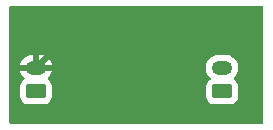
<source format=gbr>
%TF.GenerationSoftware,KiCad,Pcbnew,7.0.10*%
%TF.CreationDate,2025-11-17T19:05:27+08:00*%
%TF.ProjectId,CN312,434e3331-322e-46b6-9963-61645f706362,rev?*%
%TF.SameCoordinates,Original*%
%TF.FileFunction,Copper,L2,Bot*%
%TF.FilePolarity,Positive*%
%FSLAX46Y46*%
G04 Gerber Fmt 4.6, Leading zero omitted, Abs format (unit mm)*
G04 Created by KiCad (PCBNEW 7.0.10) date 2025-11-17 19:05:27*
%MOMM*%
%LPD*%
G01*
G04 APERTURE LIST*
G04 Aperture macros list*
%AMRoundRect*
0 Rectangle with rounded corners*
0 $1 Rounding radius*
0 $2 $3 $4 $5 $6 $7 $8 $9 X,Y pos of 4 corners*
0 Add a 4 corners polygon primitive as box body*
4,1,4,$2,$3,$4,$5,$6,$7,$8,$9,$2,$3,0*
0 Add four circle primitives for the rounded corners*
1,1,$1+$1,$2,$3*
1,1,$1+$1,$4,$5*
1,1,$1+$1,$6,$7*
1,1,$1+$1,$8,$9*
0 Add four rect primitives between the rounded corners*
20,1,$1+$1,$2,$3,$4,$5,0*
20,1,$1+$1,$4,$5,$6,$7,0*
20,1,$1+$1,$6,$7,$8,$9,0*
20,1,$1+$1,$8,$9,$2,$3,0*%
G04 Aperture macros list end*
%TA.AperFunction,ComponentPad*%
%ADD10RoundRect,0.250000X0.625000X-0.350000X0.625000X0.350000X-0.625000X0.350000X-0.625000X-0.350000X0*%
%TD*%
%TA.AperFunction,ComponentPad*%
%ADD11O,1.750000X1.200000*%
%TD*%
%TA.AperFunction,ViaPad*%
%ADD12C,0.800000*%
%TD*%
%TA.AperFunction,Conductor*%
%ADD13C,0.500000*%
%TD*%
G04 APERTURE END LIST*
D10*
%TO.P,J2,1,P$1*%
%TO.N,Net-(J1-P$1)*%
X138000000Y-92250000D03*
D11*
%TO.P,J2,2,P$2*%
%TO.N,Net-(J2-P$2)*%
X138000000Y-90250000D03*
%TD*%
D10*
%TO.P,J1,1,P$1*%
%TO.N,Net-(J1-P$1)*%
X122250000Y-92250000D03*
D11*
%TO.P,J1,2,P$2*%
%TO.N,GND*%
X122250000Y-90250000D03*
%TD*%
D12*
%TO.N,GND*%
X133250000Y-92500000D03*
X135750000Y-86250000D03*
X135750000Y-90250000D03*
X125750000Y-89000000D03*
%TD*%
D13*
%TO.N,GND*%
X133250000Y-92500000D02*
X129750000Y-89000000D01*
X129750000Y-89000000D02*
X125750000Y-89000000D01*
X135750000Y-86250000D02*
X135750000Y-90250000D01*
X123500000Y-89000000D02*
X122250000Y-90250000D01*
X125750000Y-89000000D02*
X123500000Y-89000000D01*
%TD*%
%TA.AperFunction,Conductor*%
%TO.N,GND*%
G36*
X141442539Y-85020185D02*
G01*
X141488294Y-85072989D01*
X141499500Y-85124500D01*
X141499500Y-94875500D01*
X141479815Y-94942539D01*
X141427011Y-94988294D01*
X141375500Y-94999500D01*
X120124500Y-94999500D01*
X120057461Y-94979815D01*
X120011706Y-94927011D01*
X120000500Y-94875500D01*
X120000500Y-92650001D01*
X120874500Y-92650001D01*
X120874501Y-92650019D01*
X120885000Y-92752796D01*
X120885001Y-92752799D01*
X120940185Y-92919331D01*
X120940186Y-92919334D01*
X121032288Y-93068656D01*
X121156344Y-93192712D01*
X121305666Y-93284814D01*
X121472203Y-93339999D01*
X121574991Y-93350500D01*
X122925008Y-93350499D01*
X123027797Y-93339999D01*
X123194334Y-93284814D01*
X123343656Y-93192712D01*
X123467712Y-93068656D01*
X123559814Y-92919334D01*
X123614999Y-92752797D01*
X123625500Y-92650009D01*
X123625499Y-91849992D01*
X123614999Y-91747203D01*
X123559814Y-91580666D01*
X123467712Y-91431344D01*
X123343656Y-91307288D01*
X123279806Y-91267905D01*
X123233083Y-91215958D01*
X123221860Y-91146995D01*
X123249704Y-91082913D01*
X123268254Y-91064895D01*
X123287540Y-91049728D01*
X123425105Y-90890969D01*
X123425114Y-90890958D01*
X123530144Y-90709039D01*
X123530147Y-90709032D01*
X123598855Y-90510517D01*
X123598855Y-90510515D01*
X123600368Y-90500000D01*
X122529560Y-90500000D01*
X122568278Y-90457941D01*
X122618551Y-90343330D01*
X122628886Y-90218605D01*
X122623516Y-90197401D01*
X136620746Y-90197401D01*
X136630745Y-90407327D01*
X136680296Y-90611578D01*
X136680298Y-90611582D01*
X136767598Y-90802743D01*
X136767601Y-90802748D01*
X136767602Y-90802750D01*
X136767604Y-90802753D01*
X136889514Y-90973952D01*
X136889515Y-90973953D01*
X136992082Y-91071750D01*
X137027017Y-91132259D01*
X137023692Y-91202049D01*
X136983164Y-91258963D01*
X136971610Y-91267031D01*
X136906344Y-91307287D01*
X136782289Y-91431342D01*
X136690187Y-91580663D01*
X136690186Y-91580666D01*
X136635001Y-91747203D01*
X136635001Y-91747204D01*
X136635000Y-91747204D01*
X136624500Y-91849983D01*
X136624500Y-92650001D01*
X136624501Y-92650019D01*
X136635000Y-92752796D01*
X136635001Y-92752799D01*
X136690185Y-92919331D01*
X136690186Y-92919334D01*
X136782288Y-93068656D01*
X136906344Y-93192712D01*
X137055666Y-93284814D01*
X137222203Y-93339999D01*
X137324991Y-93350500D01*
X138675008Y-93350499D01*
X138777797Y-93339999D01*
X138944334Y-93284814D01*
X139093656Y-93192712D01*
X139217712Y-93068656D01*
X139309814Y-92919334D01*
X139364999Y-92752797D01*
X139375500Y-92650009D01*
X139375499Y-91849992D01*
X139364999Y-91747203D01*
X139309814Y-91580666D01*
X139217712Y-91431344D01*
X139093656Y-91307288D01*
X139030258Y-91268184D01*
X138983535Y-91216237D01*
X138972312Y-91147274D01*
X139000156Y-91083192D01*
X139018697Y-91065181D01*
X139037886Y-91050092D01*
X139175519Y-90891256D01*
X139280604Y-90709244D01*
X139349344Y-90510633D01*
X139379254Y-90302602D01*
X139369254Y-90092670D01*
X139319704Y-89888424D01*
X139319701Y-89888417D01*
X139232401Y-89697256D01*
X139232398Y-89697251D01*
X139232397Y-89697250D01*
X139232396Y-89697247D01*
X139110486Y-89526048D01*
X139110484Y-89526046D01*
X139110479Y-89526040D01*
X138958379Y-89381014D01*
X138781574Y-89267388D01*
X138586455Y-89189274D01*
X138380086Y-89149500D01*
X138380085Y-89149500D01*
X137672575Y-89149500D01*
X137515782Y-89164472D01*
X137515778Y-89164473D01*
X137314127Y-89223683D01*
X137127313Y-89319991D01*
X136962116Y-89449905D01*
X136962112Y-89449909D01*
X136824478Y-89608746D01*
X136719398Y-89790750D01*
X136650656Y-89989365D01*
X136650656Y-89989367D01*
X136635141Y-90097281D01*
X136620746Y-90197401D01*
X122623516Y-90197401D01*
X122598163Y-90097281D01*
X122534606Y-90000000D01*
X123596257Y-90000000D01*
X123569229Y-89888590D01*
X123481959Y-89697492D01*
X123360110Y-89526380D01*
X123360104Y-89526374D01*
X123208067Y-89381407D01*
X123031342Y-89267833D01*
X122836314Y-89189755D01*
X122630038Y-89150000D01*
X122500000Y-89150000D01*
X122500000Y-89969382D01*
X122430948Y-89915637D01*
X122312576Y-89875000D01*
X122218927Y-89875000D01*
X122126554Y-89890414D01*
X122016486Y-89949981D01*
X122000000Y-89967889D01*
X122000000Y-89150000D01*
X121922602Y-89150000D01*
X121765877Y-89164965D01*
X121765873Y-89164966D01*
X121564313Y-89224149D01*
X121377585Y-89320413D01*
X121212462Y-89450268D01*
X121212459Y-89450271D01*
X121074894Y-89609030D01*
X121074885Y-89609041D01*
X120969855Y-89790960D01*
X120969852Y-89790967D01*
X120901144Y-89989482D01*
X120901144Y-89989484D01*
X120899632Y-90000000D01*
X121970440Y-90000000D01*
X121931722Y-90042059D01*
X121881449Y-90156670D01*
X121871114Y-90281395D01*
X121901837Y-90402719D01*
X121965394Y-90500000D01*
X120903742Y-90500000D01*
X120930770Y-90611409D01*
X121018040Y-90802507D01*
X121139889Y-90973619D01*
X121139900Y-90973631D01*
X121242521Y-91071479D01*
X121277457Y-91131987D01*
X121274132Y-91201778D01*
X121233604Y-91258692D01*
X121222049Y-91266760D01*
X121156347Y-91307285D01*
X121156343Y-91307288D01*
X121032289Y-91431342D01*
X120940187Y-91580663D01*
X120940186Y-91580666D01*
X120885001Y-91747203D01*
X120885001Y-91747204D01*
X120885000Y-91747204D01*
X120874500Y-91849983D01*
X120874500Y-92650001D01*
X120000500Y-92650001D01*
X120000500Y-85124500D01*
X120020185Y-85057461D01*
X120072989Y-85011706D01*
X120124500Y-85000500D01*
X141375500Y-85000500D01*
X141442539Y-85020185D01*
G37*
%TD.AperFunction*%
%TD*%
M02*

</source>
